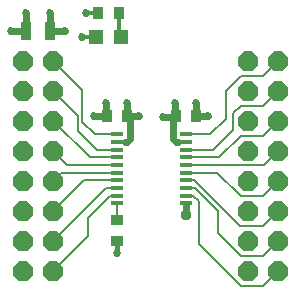
<source format=gtl>
G75*
G70*
%OFA0B0*%
%FSLAX24Y24*%
%IPPOS*%
%LPD*%
%AMOC8*
5,1,8,0,0,1.08239X$1,22.5*
%
%ADD10OC8,0.0660*%
%ADD11R,0.0380X0.0600*%
%ADD12R,0.0472X0.0472*%
%ADD13R,0.0350X0.0420*%
%ADD14R,0.0390X0.0120*%
%ADD15R,0.0420X0.0350*%
%ADD16C,0.0070*%
%ADD17C,0.0240*%
%ADD18C,0.0270*%
%ADD19C,0.0376*%
%ADD20C,0.0120*%
%ADD21C,0.0100*%
%ADD22C,0.0160*%
D10*
X003293Y001050D03*
X003293Y002050D03*
X003293Y003050D03*
X003293Y004050D03*
X003293Y005050D03*
X003293Y006050D03*
X003293Y007050D03*
X003293Y008050D03*
X004293Y008050D03*
X004293Y007050D03*
X004293Y006050D03*
X004293Y005050D03*
X004293Y004050D03*
X004293Y003050D03*
X004293Y002050D03*
X004293Y001050D03*
X010793Y001050D03*
X010793Y002050D03*
X011793Y002050D03*
X011793Y001050D03*
X011793Y003050D03*
X010793Y003050D03*
X010793Y004050D03*
X011793Y004050D03*
X011793Y005050D03*
X010793Y005050D03*
X010793Y006050D03*
X011793Y006050D03*
X011793Y007050D03*
X010793Y007050D03*
X010793Y008050D03*
X011793Y008050D03*
D11*
X004203Y009050D03*
X003383Y009050D03*
D12*
X005730Y008850D03*
X006557Y008850D03*
D13*
X006483Y009650D03*
X005803Y009650D03*
X006078Y006200D03*
X006758Y006200D03*
X008378Y006200D03*
X009058Y006200D03*
D14*
X008717Y005602D03*
X008717Y005346D03*
X008717Y005090D03*
X008717Y004834D03*
X008717Y004578D03*
X008717Y004322D03*
X008717Y004066D03*
X008717Y003810D03*
X008717Y003554D03*
X008717Y003298D03*
X006420Y003298D03*
X006420Y003554D03*
X006420Y003810D03*
X006420Y004066D03*
X006420Y004322D03*
X006420Y004578D03*
X006420Y004834D03*
X006420Y005090D03*
X006420Y005346D03*
X006420Y005602D03*
D15*
X006418Y002740D03*
X006418Y002060D03*
D16*
X006418Y002740D02*
X006420Y002741D01*
X006420Y003298D01*
X006420Y003554D02*
X006198Y003554D01*
X005443Y002800D01*
X005443Y002200D01*
X004293Y001050D01*
X004293Y002050D02*
X006054Y003810D01*
X006420Y003810D01*
X006420Y004066D02*
X005309Y004066D01*
X004293Y003050D01*
X004293Y004050D02*
X004565Y004322D01*
X006420Y004322D01*
X006420Y004578D02*
X004765Y004578D01*
X004293Y005050D01*
X004293Y006050D02*
X005509Y004834D01*
X006420Y004834D01*
X006420Y005090D02*
X005754Y005090D01*
X005118Y005725D01*
X005118Y006225D01*
X004293Y007050D01*
X005268Y007075D02*
X004293Y008050D01*
X005268Y007075D02*
X005268Y006025D01*
X005692Y005602D01*
X006420Y005602D01*
X008717Y005602D02*
X009520Y005602D01*
X010043Y006125D01*
X010043Y007050D01*
X010543Y007550D01*
X011293Y007550D01*
X011793Y008050D01*
X011793Y007050D02*
X011293Y006550D01*
X010543Y006550D01*
X010293Y006300D01*
X010293Y005750D01*
X009633Y005090D01*
X008717Y005090D01*
X008717Y004834D02*
X009827Y004834D01*
X010543Y005550D01*
X011293Y005550D01*
X011793Y006050D01*
X011793Y005050D02*
X011321Y004578D01*
X008717Y004578D01*
X008717Y004322D02*
X009771Y004322D01*
X010543Y003550D01*
X011293Y003550D01*
X011793Y004050D01*
X011793Y003050D02*
X011293Y002550D01*
X010518Y002550D01*
X009002Y004066D01*
X008717Y004066D01*
X008717Y003810D02*
X009025Y003810D01*
X009793Y003041D01*
X009793Y002300D01*
X010543Y001550D01*
X011293Y001550D01*
X011793Y002050D01*
X011793Y001050D02*
X011293Y000550D01*
X010543Y000550D01*
X009143Y001950D01*
X009143Y003375D01*
X008968Y003550D01*
X008721Y003550D01*
X008717Y003554D01*
D17*
X008718Y003225D02*
X008718Y003100D01*
X008718Y003075D02*
X008718Y002900D01*
X008443Y005350D02*
X008393Y005350D01*
X008293Y005450D01*
X008293Y006115D01*
X008378Y006200D01*
X008353Y006175D01*
X007968Y006175D01*
X008343Y006175D02*
X008343Y006650D01*
X009043Y006650D02*
X009043Y006200D01*
X009058Y006200D02*
X009468Y006200D01*
X007168Y006200D02*
X006768Y006200D01*
X006768Y006650D01*
X006768Y006200D02*
X006758Y006200D01*
X006843Y006115D01*
X006843Y005450D01*
X006743Y005350D01*
X006693Y005350D01*
X006078Y006200D02*
X006068Y006200D01*
X006068Y006650D01*
X006068Y006200D02*
X005668Y006200D01*
X004693Y009050D02*
X004203Y009050D01*
X004193Y009050D02*
X004193Y009650D01*
X003393Y009650D02*
X003393Y009060D01*
X003383Y009050D01*
X002893Y009050D01*
D18*
X002893Y009050D03*
X003393Y009650D03*
X004193Y009650D03*
X004693Y009050D03*
X005243Y008850D03*
X005393Y009650D03*
X006068Y006650D03*
X005668Y006200D03*
X006768Y006650D03*
X007168Y006200D03*
X007968Y006175D03*
X008343Y006650D03*
X009043Y006650D03*
X009468Y006200D03*
X006418Y001650D03*
D19*
X008718Y002900D03*
D20*
X006557Y008850D02*
X006483Y008923D01*
X006483Y009650D01*
X005803Y009650D02*
X005393Y009650D01*
X005243Y008850D02*
X005730Y008850D01*
D21*
X005803Y009650D02*
X005593Y009650D01*
X006424Y005350D02*
X006420Y005346D01*
X006424Y005350D02*
X006693Y005350D01*
X008443Y005350D02*
X008448Y005346D01*
X008717Y005346D01*
D22*
X006418Y002060D02*
X006418Y001650D01*
M02*

</source>
